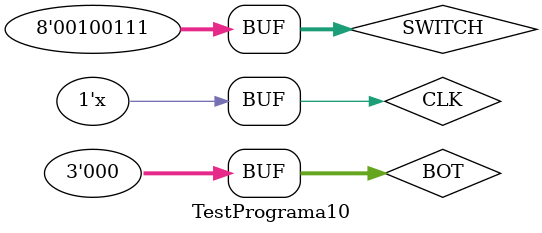
<source format=v>
`timescale 1ns / 1ns


module TestPrograma10;

	// Inputs
	reg [7:0] SWITCH;
	reg [2:0] BOT;
	reg CLK;

	// Outputs
	wire [7:0] LED;
	
	

	// Instantiate the Unit Under Test (UUT)
	PROGRAMA uut (
		.SWITCH(SWITCH), 
		.BOT(BOT), 
		.LED(LED),
		.CLK(CLK)
	);
	
	always 
	#1
	CLK= !CLK;
	

	initial begin
		// Initialize Inputs
		CLK=0;
		SWITCH = 0;
		BOT=0;
		end
		
		always begin
		
		
		SWITCH = 8'b00001011;	// 11
		#1;
		BOT = 1;
		#5
		BOT = 0;
		
		#20;
		SWITCH = 8'b00000001;   // 1
		#1;
		BOT = 2;
		#5
		BOT = 0;
		
		#20;
				
		SWITCH = 8'b00100000;  //suma
		#1;
		BOT = 4;
		#5
		BOT = 0;
		#100
		
		
		SWITCH = 8'b00100010;  //resta
		#1;
		BOT = 4;
		#5
		BOT = 0;
		#100
		
		SWITCH = 8'b00100100;  //and
		#1;
		BOT = 4;
		#5
		BOT = 0;
		#100
		
		SWITCH = 8'b00100101;  //or
		#1;
		BOT = 4;
		#5
		BOT = 0;
		#100
		
		SWITCH = 8'b00100110;  //xor
		#1;
		BOT = 4;
		#5
		BOT = 0;
		#100
		
		SWITCH = 8'b00000011;  //sra
		#1;
		BOT = 4;
		#5
		BOT = 0;
		#100
		
		SWITCH = 8'b00000010;  //srl
		#1;
		BOT = 4;
		#5
		BOT = 0;
		#100
		
		SWITCH = 8'b00100111;  //nor
		#1;
		BOT = 4;
		#5
		BOT = 0;
		#100;
		
		end

	      
endmodule


</source>
